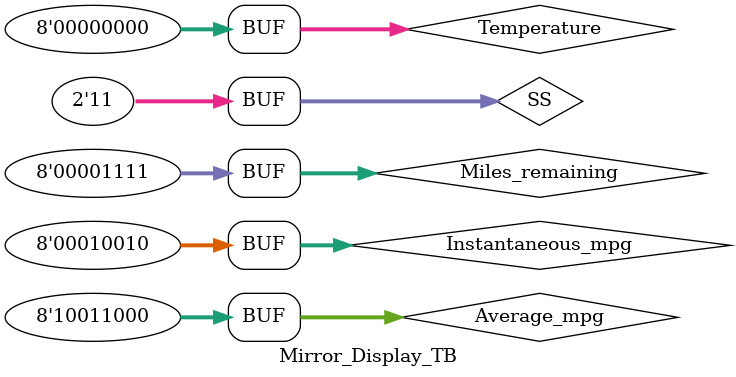
<source format=v>
`timescale 1ns / 1ps


module Mirror_Display_TB(
    );
    reg [7:0] Temperature;  //All 4 sensors are declared as inputs
    reg [7:0] Average_mpg;
    reg [7:0] Instantaneous_mpg;
    reg [7:0] Miles_remaining;
    reg [1:0] SS; //selector switches
    wire [7:0] Display; //output mirror display
    
   
Mirror_Display U0(Temperature,Average_mpg,Instantaneous_mpg,Miles_remaining,SS,Display);

    initial begin 
        Temperature = 8'b0;
        Average_mpg = 8'b10011000;
        Instantaneous_mpg = 8'b00010010;
        Miles_remaining =8'b1111000;
        SS = 2'b00;
        #100 //100ns delay
        
             Average_mpg = 8'b10011000;
             Instantaneous_mpg = 8'b0010010;
             Miles_remaining =8'b00001111;
             SS= 2'b11;
             #1000;
        end
endmodule

</source>
